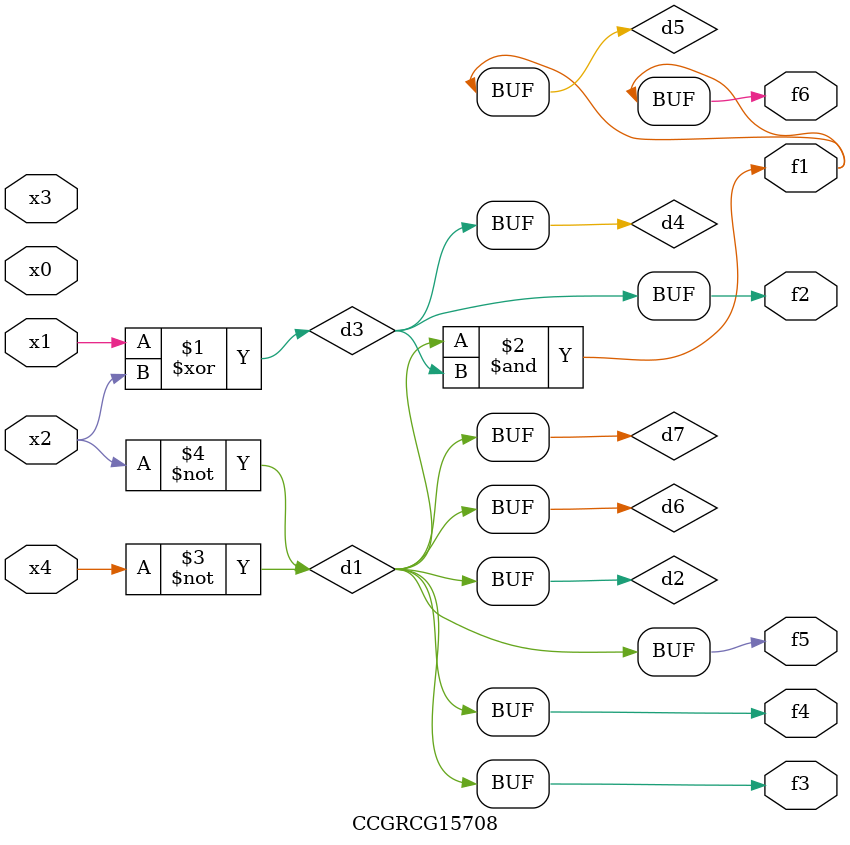
<source format=v>
module CCGRCG15708(
	input x0, x1, x2, x3, x4,
	output f1, f2, f3, f4, f5, f6
);

	wire d1, d2, d3, d4, d5, d6, d7;

	not (d1, x4);
	not (d2, x2);
	xor (d3, x1, x2);
	buf (d4, d3);
	and (d5, d1, d3);
	buf (d6, d1, d2);
	buf (d7, d2);
	assign f1 = d5;
	assign f2 = d4;
	assign f3 = d7;
	assign f4 = d7;
	assign f5 = d7;
	assign f6 = d5;
endmodule

</source>
